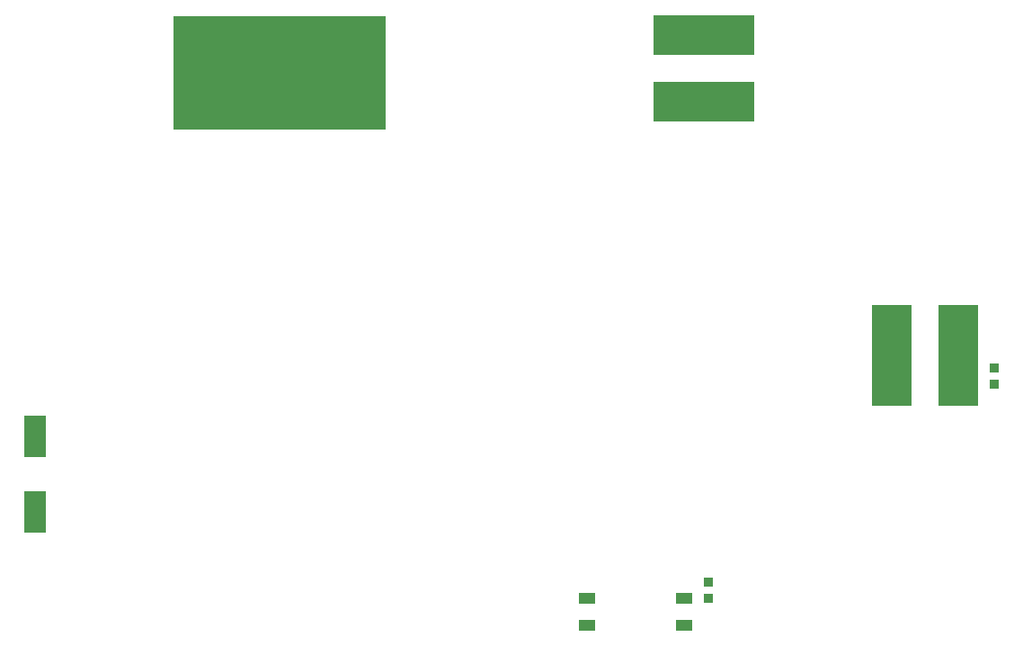
<source format=gbr>
%TF.GenerationSoftware,Altium Limited,Altium Designer,21.6.4 (81)*%
G04 Layer_Color=8421504*
%FSLAX43Y43*%
%MOMM*%
%TF.SameCoordinates,00D99F87-3ADF-4980-A611-A04F0DE90361*%
%TF.FilePolarity,Positive*%
%TF.FileFunction,Paste,Top*%
%TF.Part,Single*%
G01*
G75*
%TA.AperFunction,SMDPad,CuDef*%
%ADD10R,3.750X9.500*%
%ADD11R,0.900X0.850*%
%ADD12R,2.000X4.000*%
%ADD13R,9.500X3.750*%
%ADD14R,1.600X1.000*%
%TA.AperFunction,NonConductor*%
%ADD94R,20.066X10.668*%
D10*
X131083Y27025D02*
D03*
X124833D02*
D03*
D11*
X107575Y5725D02*
D03*
Y4175D02*
D03*
X134450Y24275D02*
D03*
Y25825D02*
D03*
D12*
X44141Y12325D02*
D03*
Y19425D02*
D03*
D13*
X107125Y50900D02*
D03*
Y57150D02*
D03*
D14*
X96147Y1626D02*
D03*
X105297Y4166D02*
D03*
X96147D02*
D03*
X105297Y1626D02*
D03*
D94*
X67204Y53604D02*
D03*
%TF.MD5,39cf43c7bef60e1d89c6a3c35e9e9838*%
M02*

</source>
